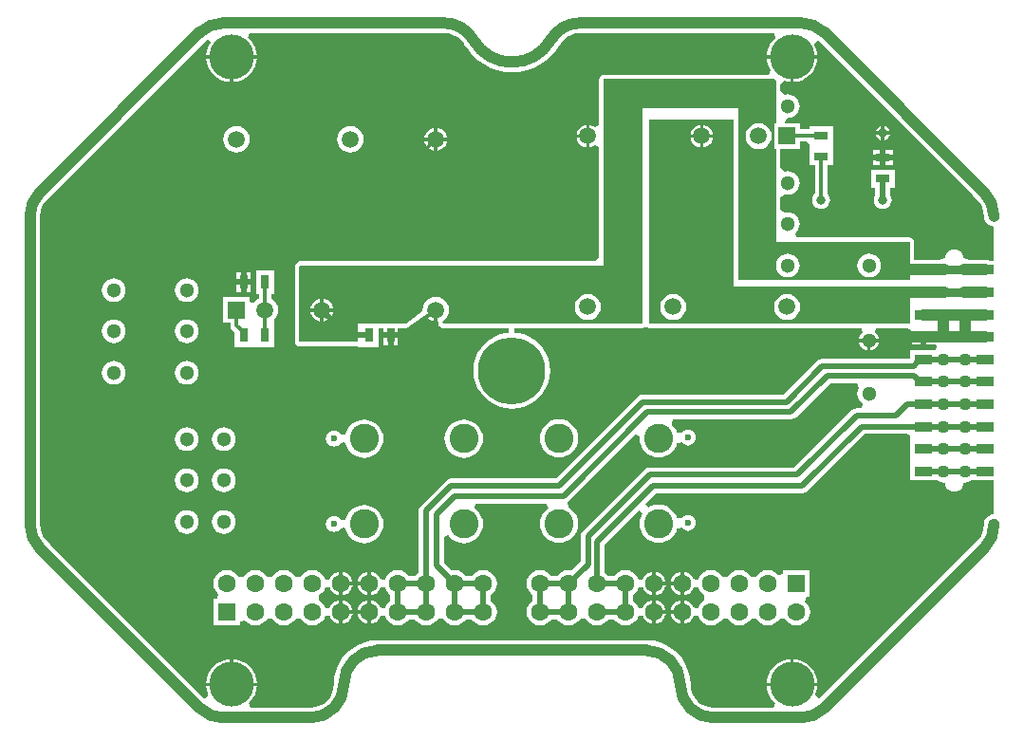
<source format=gbl>
G04*
G04 #@! TF.GenerationSoftware,Altium Limited,Altium Designer,22.1.2 (22)*
G04*
G04 Layer_Physical_Order=4*
G04 Layer_Color=16737819*
%FSAX42Y42*%
%MOMM*%
G71*
G04*
G04 #@! TF.SameCoordinates,E4BEF061-03AA-43A3-B299-508BB52D99EE*
G04*
G04*
G04 #@! TF.FilePolarity,Positive*
G04*
G01*
G75*
%ADD11C,0.30*%
%ADD33C,1.00*%
%ADD34R,0.80X1.30*%
%ADD39C,0.50*%
%ADD42R,1.52X1.52*%
%ADD43C,1.52*%
%ADD44C,1.10*%
%ADD45C,1.60*%
%ADD46R,1.60X1.60*%
%ADD47C,2.60*%
%ADD48C,1.30*%
%ADD49C,0.80*%
%ADD50C,6.00*%
%ADD51C,4.00*%
%ADD52C,0.60*%
%ADD68R,1.30X0.80*%
%ADD69R,1.63X0.81*%
%ADD70R,1.50X0.50*%
%ADD71C,0.75*%
G36*
X008925Y007302D02*
X008910Y007290D01*
X008882Y007256D01*
X008861Y007217D01*
X008848Y007174D01*
X008845Y007145D01*
X009295D01*
X009292Y007174D01*
X009279Y007217D01*
X009266Y007240D01*
X009291Y007276D01*
X009303Y007274D01*
X009324Y007252D01*
X010692Y005884D01*
X010720Y005856D01*
X010745Y005827D01*
X010747Y005825D01*
X010766Y005788D01*
X010778Y005749D01*
X010778Y005747D01*
X010782Y005708D01*
X010785Y005685D01*
X010794Y005663D01*
X010808Y005644D01*
X010827Y005630D01*
X010849Y005621D01*
X010872Y005617D01*
Y005311D01*
X010833D01*
X010816Y005318D01*
X010793Y005321D01*
X010647D01*
X010643Y005323D01*
X010640Y005323D01*
X010601Y005330D01*
X010598Y005352D01*
X010590Y005372D01*
X010577Y005389D01*
X010559Y005402D01*
X010539Y005411D01*
X010518Y005414D01*
X010496Y005411D01*
X010476Y005402D01*
X010459Y005389D01*
X010446Y005372D01*
X010437Y005352D01*
X010435Y005330D01*
X010395Y005323D01*
X010393Y005323D01*
X010389Y005321D01*
X010161D01*
X010161Y005475D01*
X010158Y005491D01*
X010149Y005504D01*
X010136Y005513D01*
X010120Y005516D01*
X009112Y005516D01*
X009098Y005556D01*
X009107Y005563D01*
X009124Y005585D01*
X009135Y005610D01*
X009138Y005638D01*
X009135Y005665D01*
X009124Y005690D01*
X009107Y005712D01*
X009085Y005729D01*
X009060Y005740D01*
X009032Y005743D01*
X009008Y005740D01*
X009004Y005741D01*
X008968Y005768D01*
Y005875D01*
X009004Y005902D01*
X009008Y005902D01*
X009032Y005899D01*
X009060Y005903D01*
X009085Y005913D01*
X009107Y005930D01*
X009124Y005952D01*
X009135Y005978D01*
X009138Y006005D01*
X009135Y006032D01*
X009124Y006058D01*
X009107Y006080D01*
X009085Y006097D01*
X009060Y006107D01*
X009032Y006111D01*
X009008Y006108D01*
X009004Y006108D01*
X008968Y006135D01*
X008968Y006306D01*
X009142D01*
Y006374D01*
X009201D01*
X009225Y006350D01*
Y006320D01*
X009225Y006310D01*
Y006160D01*
X009274D01*
Y005910D01*
X009273Y005909D01*
X009260Y005892D01*
X009252Y005873D01*
X009249Y005852D01*
X009252Y005831D01*
X009260Y005812D01*
X009273Y005795D01*
X009290Y005782D01*
X009309Y005774D01*
X009330Y005771D01*
X009351Y005774D01*
X009370Y005782D01*
X009387Y005795D01*
X009400Y005812D01*
X009408Y005831D01*
X009411Y005852D01*
X009408Y005873D01*
X009400Y005892D01*
X009387Y005909D01*
X009386Y005910D01*
Y006160D01*
X009435D01*
Y006310D01*
X009435Y006320D01*
Y006350D01*
X009435Y006360D01*
Y006510D01*
X009225D01*
Y006486D01*
X009142D01*
Y006538D01*
X009006D01*
X009003Y006548D01*
X009032Y006584D01*
X009060Y006588D01*
X009085Y006598D01*
X009107Y006615D01*
X009124Y006637D01*
X009135Y006663D01*
X009138Y006690D01*
X009135Y006717D01*
X009124Y006743D01*
X009107Y006765D01*
X009085Y006782D01*
X009060Y006792D01*
X009032Y006796D01*
X009008Y006793D01*
X009004Y006793D01*
X008968Y006820D01*
Y006885D01*
X008968Y006886D01*
X009008Y006914D01*
X009026Y006908D01*
X009055Y006905D01*
Y007115D01*
X008845D01*
X008848Y007086D01*
X008861Y007043D01*
X008879Y007011D01*
X008865Y006971D01*
X008607Y006971D01*
X007390Y006971D01*
X007374Y006968D01*
X007361Y006959D01*
X007352Y006946D01*
X007349Y006930D01*
Y006520D01*
X007344Y006516D01*
X007309Y006502D01*
X007299Y006510D01*
X007274Y006521D01*
X007263Y006522D01*
Y006422D01*
Y006322D01*
X007274Y006323D01*
X007299Y006334D01*
X007309Y006342D01*
X007344Y006328D01*
X007349Y006324D01*
X007349Y005339D01*
X007321Y005311D01*
X004689Y005311D01*
X004674Y005308D01*
X004660Y005299D01*
X004660Y005299D01*
X004646Y005285D01*
X004637Y005271D01*
X004634Y005256D01*
X004634Y005256D01*
Y004585D01*
X004637Y004569D01*
X004646Y004556D01*
X004659Y004547D01*
X004675Y004544D01*
X005182D01*
X005220Y004540D01*
Y004540D01*
X005380D01*
Y004709D01*
X005425D01*
Y004670D01*
X005555D01*
Y004709D01*
X005628D01*
X005633Y004710D01*
X005638Y004710D01*
X005641Y004712D01*
X005644Y004712D01*
X005648Y004715D01*
X005652Y004717D01*
X005769Y004801D01*
X005803Y004819D01*
X005819Y004798D01*
X005841Y004782D01*
X005865Y004771D01*
X005877Y004770D01*
Y004870D01*
X005907D01*
Y004764D01*
X005912Y004763D01*
X005913Y004755D01*
X005915Y004748D01*
X005920Y004735D01*
X005920Y004734D01*
X005920Y004734D01*
X005925Y004728D01*
X005929Y004721D01*
X005929Y004721D01*
X005929Y004721D01*
X005936Y004717D01*
X005942Y004712D01*
X005942Y004712D01*
X005942Y004712D01*
X005950Y004711D01*
X005958Y004709D01*
X005958Y004709D01*
X005958Y004709D01*
X006544D01*
X006546Y004669D01*
X006516Y004667D01*
X006464Y004654D01*
X006415Y004634D01*
X006369Y004606D01*
X006329Y004571D01*
X006294Y004531D01*
X006266Y004485D01*
X006245Y004435D01*
X006233Y004383D01*
X006229Y004330D01*
X006233Y004277D01*
X006245Y004225D01*
X006266Y004175D01*
X006294Y004130D01*
X006329Y004089D01*
X006369Y004054D01*
X006415Y004026D01*
X006464Y004006D01*
X006516Y003993D01*
X006570Y003989D01*
X006623Y003993D01*
X006675Y004006D01*
X006725Y004026D01*
X006770Y004054D01*
X006811Y004089D01*
X006846Y004130D01*
X006874Y004175D01*
X006894Y004225D01*
X006907Y004277D01*
X006911Y004330D01*
X006907Y004383D01*
X006894Y004435D01*
X006874Y004485D01*
X006846Y004531D01*
X006811Y004571D01*
X006770Y004606D01*
X006725Y004634D01*
X006675Y004654D01*
X006623Y004667D01*
X006594Y004669D01*
X006595Y004709D01*
X007740D01*
X007756Y004712D01*
X007767Y004720D01*
X007779Y004712D01*
X007795Y004709D01*
X009692D01*
X009703Y004669D01*
X009693Y004662D01*
X009679Y004643D01*
X009670Y004621D01*
X009669Y004612D01*
X009846D01*
X009845Y004621D01*
X009836Y004643D01*
X009822Y004662D01*
X009812Y004669D01*
X009823Y004709D01*
X010102D01*
X010124Y004701D01*
X010137Y004672D01*
Y004655D01*
X010243D01*
Y004630D01*
X010268D01*
Y004565D01*
X010341D01*
X010360Y004552D01*
X010360Y004546D01*
X010349Y004511D01*
X010122D01*
Y004436D01*
X009340D01*
X009315Y004431D01*
X009293Y004417D01*
X008993Y004116D01*
X007740D01*
X007715Y004111D01*
X007693Y004097D01*
X006963Y003366D01*
X006030D01*
X006005Y003361D01*
X005983Y003347D01*
X005761Y003125D01*
X005746Y003103D01*
X005741Y003078D01*
Y002530D01*
X005722Y002516D01*
X005707Y002496D01*
X005654D01*
X005639Y002516D01*
X005614Y002535D01*
X005585Y002547D01*
X005554Y002551D01*
X005522Y002547D01*
X005493Y002535D01*
X005468Y002516D01*
X005449Y002491D01*
X005439Y002467D01*
X005436Y002466D01*
X005418Y002464D01*
X005398Y002468D01*
X005391Y002483D01*
X005375Y002505D01*
X005353Y002522D01*
X005327Y002532D01*
X005315Y002534D01*
Y002430D01*
Y002326D01*
X005327Y002328D01*
X005353Y002338D01*
X005375Y002355D01*
X005391Y002377D01*
X005398Y002392D01*
X005418Y002396D01*
X005436Y002394D01*
X005439Y002393D01*
X005449Y002369D01*
X005468Y002344D01*
X005487Y002330D01*
Y002276D01*
X005468Y002262D01*
X005449Y002237D01*
X005439Y002213D01*
X005436Y002212D01*
X005418Y002210D01*
X005398Y002214D01*
X005391Y002229D01*
X005375Y002251D01*
X005353Y002268D01*
X005327Y002278D01*
X005315Y002280D01*
Y002176D01*
Y002072D01*
X005327Y002074D01*
X005353Y002084D01*
X005375Y002101D01*
X005391Y002123D01*
X005398Y002138D01*
X005418Y002142D01*
X005436Y002140D01*
X005439Y002139D01*
X005449Y002115D01*
X005468Y002090D01*
X005493Y002071D01*
X005522Y002059D01*
X005554Y002055D01*
X005585Y002059D01*
X005614Y002071D01*
X005639Y002090D01*
X005654Y002110D01*
X005707D01*
X005722Y002090D01*
X005747Y002071D01*
X005776Y002059D01*
X005808Y002055D01*
X005839Y002059D01*
X005868Y002071D01*
X005893Y002090D01*
X005913Y002115D01*
X005913Y002117D01*
X005956D01*
X005957Y002115D01*
X005976Y002090D01*
X006001Y002071D01*
X006030Y002059D01*
X006062Y002055D01*
X006093Y002059D01*
X006122Y002071D01*
X006147Y002090D01*
X006162Y002110D01*
X006215D01*
X006230Y002090D01*
X006255Y002071D01*
X006284Y002059D01*
X006316Y002055D01*
X006347Y002059D01*
X006376Y002071D01*
X006401Y002090D01*
X006421Y002115D01*
X006433Y002145D01*
X006437Y002176D01*
X006433Y002207D01*
X006421Y002237D01*
X006401Y002262D01*
X006382Y002276D01*
Y002330D01*
X006401Y002344D01*
X006421Y002369D01*
X006433Y002399D01*
X006437Y002430D01*
X006433Y002461D01*
X006421Y002491D01*
X006401Y002516D01*
X006376Y002535D01*
X006347Y002547D01*
X006316Y002551D01*
X006284Y002547D01*
X006255Y002535D01*
X006230Y002516D01*
X006215Y002496D01*
X006162D01*
X006147Y002516D01*
X006122Y002535D01*
X006093Y002547D01*
X006062Y002551D01*
X006038Y002548D01*
X005966Y002619D01*
Y002845D01*
X005978Y002852D01*
X006006Y002858D01*
X006021Y002839D01*
X006047Y002818D01*
X006077Y002802D01*
X006109Y002792D01*
X006142Y002789D01*
X006176Y002792D01*
X006208Y002802D01*
X006237Y002818D01*
X006263Y002839D01*
X006284Y002865D01*
X006300Y002895D01*
X006310Y002927D01*
X006313Y002960D01*
X006310Y002993D01*
X006300Y003025D01*
X006284Y003055D01*
X006263Y003081D01*
X006237Y003102D01*
X006234Y003104D01*
X006244Y003144D01*
X006882D01*
X006893Y003117D01*
X006894Y003104D01*
X006872Y003085D01*
X006850Y003060D01*
X006835Y003030D01*
X006825Y002998D01*
X006822Y002965D01*
X006825Y002931D01*
X006835Y002899D01*
X006850Y002870D01*
X006872Y002844D01*
X006898Y002823D01*
X006927Y002807D01*
X006959Y002797D01*
X006993Y002794D01*
X007026Y002797D01*
X007058Y002807D01*
X007087Y002823D01*
X007113Y002844D01*
X007135Y002870D01*
X007150Y002899D01*
X007160Y002931D01*
X007163Y002965D01*
X007160Y002998D01*
X007150Y003030D01*
X007135Y003060D01*
X007113Y003085D01*
X007087Y003107D01*
X007073Y003115D01*
X007070Y003156D01*
X007071Y003159D01*
X007077Y003163D01*
X007674Y003760D01*
X007712Y003742D01*
X007711Y003727D01*
X007714Y003693D01*
X007724Y003661D01*
X007739Y003632D01*
X007761Y003606D01*
X007787Y003585D01*
X007816Y003569D01*
X007848Y003559D01*
X007882Y003556D01*
X007915Y003559D01*
X007947Y003569D01*
X007976Y003585D01*
X008002Y003606D01*
X008024Y003632D01*
X008039Y003661D01*
X008045Y003681D01*
X008057Y003686D01*
X008080Y003689D01*
X008088Y003688D01*
X008093Y003682D01*
X008107Y003671D01*
X008124Y003664D01*
X008143Y003661D01*
X008161Y003664D01*
X008178Y003671D01*
X008192Y003682D01*
X008204Y003697D01*
X008211Y003714D01*
X008213Y003732D01*
X008211Y003750D01*
X008204Y003767D01*
X008192Y003782D01*
X008178Y003793D01*
X008161Y003800D01*
X008143Y003803D01*
X008124Y003800D01*
X008107Y003793D01*
X008093Y003782D01*
X008087Y003774D01*
X008061Y003774D01*
X008043Y003780D01*
X008039Y003792D01*
X008024Y003822D01*
X008002Y003847D01*
X007995Y003854D01*
X008009Y003894D01*
X009060D01*
X009085Y003899D01*
X009107Y003913D01*
X009411Y004218D01*
X009646D01*
X009666Y004178D01*
X009655Y004152D01*
X009652Y004125D01*
X009655Y004098D01*
X009666Y004072D01*
X009683Y004050D01*
X009701Y004036D01*
X009700Y004023D01*
X009689Y003996D01*
X009650D01*
X009625Y003991D01*
X009603Y003977D01*
X009093Y003466D01*
X007800D01*
X007775Y003461D01*
X007753Y003447D01*
X007203Y002897D01*
X007189Y002875D01*
X007184Y002850D01*
Y002630D01*
X007102Y002548D01*
X007078Y002551D01*
X007046Y002547D01*
X007017Y002535D01*
X006992Y002516D01*
X006977Y002496D01*
X006924D01*
X006909Y002516D01*
X006884Y002535D01*
X006855Y002547D01*
X006824Y002551D01*
X006792Y002547D01*
X006763Y002535D01*
X006738Y002516D01*
X006719Y002491D01*
X006707Y002461D01*
X006703Y002430D01*
X006707Y002399D01*
X006719Y002369D01*
X006738Y002344D01*
X006757Y002330D01*
Y002276D01*
X006738Y002262D01*
X006719Y002237D01*
X006707Y002207D01*
X006703Y002176D01*
X006707Y002145D01*
X006719Y002115D01*
X006738Y002090D01*
X006763Y002071D01*
X006792Y002059D01*
X006824Y002055D01*
X006855Y002059D01*
X006884Y002071D01*
X006909Y002090D01*
X006924Y002110D01*
X006977D01*
X006992Y002090D01*
X007017Y002071D01*
X007046Y002059D01*
X007078Y002055D01*
X007109Y002059D01*
X007138Y002071D01*
X007163Y002090D01*
X007183Y002115D01*
X007183Y002117D01*
X007226D01*
X007227Y002115D01*
X007246Y002090D01*
X007271Y002071D01*
X007300Y002059D01*
X007332Y002055D01*
X007363Y002059D01*
X007392Y002071D01*
X007417Y002090D01*
X007432Y002110D01*
X007485D01*
X007500Y002090D01*
X007525Y002071D01*
X007554Y002059D01*
X007586Y002055D01*
X007617Y002059D01*
X007646Y002071D01*
X007671Y002090D01*
X007691Y002115D01*
X007700Y002139D01*
X007703Y002140D01*
X007722Y002142D01*
X007742Y002138D01*
X007748Y002123D01*
X007765Y002101D01*
X007787Y002084D01*
X007812Y002074D01*
X007825Y002072D01*
Y002176D01*
Y002280D01*
X007812Y002278D01*
X007787Y002268D01*
X007765Y002251D01*
X007748Y002229D01*
X007742Y002214D01*
X007722Y002210D01*
X007703Y002212D01*
X007700Y002213D01*
X007691Y002237D01*
X007671Y002262D01*
X007652Y002276D01*
Y002330D01*
X007671Y002344D01*
X007691Y002369D01*
X007700Y002393D01*
X007703Y002394D01*
X007722Y002396D01*
X007742Y002392D01*
X007748Y002377D01*
X007765Y002355D01*
X007787Y002338D01*
X007812Y002328D01*
X007825Y002326D01*
Y002430D01*
Y002534D01*
X007812Y002532D01*
X007787Y002522D01*
X007765Y002505D01*
X007748Y002483D01*
X007742Y002468D01*
X007722Y002464D01*
X007703Y002466D01*
X007700Y002467D01*
X007691Y002491D01*
X007671Y002516D01*
X007646Y002535D01*
X007617Y002547D01*
X007586Y002551D01*
X007554Y002547D01*
X007525Y002535D01*
X007500Y002516D01*
X007485Y002496D01*
X007432D01*
X007417Y002516D01*
X007398Y002530D01*
Y002774D01*
X007708Y003085D01*
X007739Y003060D01*
X007724Y003030D01*
X007714Y002998D01*
X007711Y002965D01*
X007714Y002931D01*
X007724Y002899D01*
X007739Y002870D01*
X007761Y002844D01*
X007787Y002823D01*
X007816Y002807D01*
X007848Y002797D01*
X007882Y002794D01*
X007915Y002797D01*
X007947Y002807D01*
X007976Y002823D01*
X008002Y002844D01*
X008024Y002870D01*
X008039Y002899D01*
X008045Y002919D01*
X008057Y002924D01*
X008080Y002927D01*
X008088Y002926D01*
X008093Y002920D01*
X008107Y002909D01*
X008124Y002902D01*
X008143Y002899D01*
X008161Y002902D01*
X008178Y002909D01*
X008192Y002920D01*
X008204Y002935D01*
X008211Y002952D01*
X008213Y002970D01*
X008211Y002988D01*
X008204Y003005D01*
X008192Y003020D01*
X008178Y003031D01*
X008161Y003038D01*
X008143Y003041D01*
X008124Y003038D01*
X008107Y003031D01*
X008093Y003020D01*
X008087Y003012D01*
X008061Y003012D01*
X008043Y003018D01*
X008039Y003030D01*
X008024Y003060D01*
X008002Y003085D01*
X007976Y003107D01*
X007947Y003123D01*
X007915Y003132D01*
X007882Y003136D01*
X007848Y003132D01*
X007816Y003123D01*
X007787Y003107D01*
X007761Y003138D01*
X007857Y003234D01*
X009159D01*
X009184Y003239D01*
X009206Y003253D01*
X009717Y003764D01*
X010087D01*
X010122Y003750D01*
Y003711D01*
X010122D01*
Y003550D01*
X010122D01*
Y003511D01*
X010122D01*
Y003350D01*
X010364D01*
X010364Y003350D01*
X010393Y003338D01*
X010395Y003338D01*
X010435Y003330D01*
X010437Y003309D01*
X010446Y003289D01*
X010459Y003272D01*
X010476Y003258D01*
X010496Y003250D01*
X010518Y003247D01*
X010539Y003250D01*
X010559Y003258D01*
X010577Y003272D01*
X010590Y003289D01*
X010598Y003309D01*
X010601Y003330D01*
X010640Y003338D01*
X010643Y003338D01*
X010672Y003350D01*
X010672Y003350D01*
Y003350D01*
X010672Y003350D01*
X010872D01*
Y003048D01*
X010849Y003044D01*
X010827Y003035D01*
X010808Y003021D01*
X010794Y003002D01*
X010785Y002980D01*
X010782Y002957D01*
X010778Y002918D01*
X010778Y002916D01*
X010766Y002877D01*
X010747Y002840D01*
X010745Y002838D01*
X010720Y002809D01*
X010692Y002781D01*
X009315Y001403D01*
X009302Y001402D01*
X009277Y001441D01*
X009279Y001443D01*
X009292Y001486D01*
X009295Y001515D01*
X008845D01*
X008848Y001486D01*
X008861Y001443D01*
X008882Y001404D01*
X008910Y001370D01*
X008918Y001363D01*
X008904Y001323D01*
X008372D01*
X008370Y001323D01*
X008332Y001327D01*
X008292Y001339D01*
X008256Y001358D01*
X008224Y001384D01*
X008198Y001416D01*
X008179Y001452D01*
X008167Y001492D01*
X008167Y001494D01*
X008164Y001532D01*
X008164D01*
X008159Y001594D01*
X008145Y001653D01*
X008121Y001710D01*
X008089Y001762D01*
X008049Y001809D01*
X008002Y001849D01*
X007950Y001881D01*
X007893Y001905D01*
X007834Y001919D01*
X007772Y001924D01*
Y001923D01*
X005372D01*
Y001924D01*
X005311Y001919D01*
X005252Y001905D01*
X005195Y001881D01*
X005143Y001849D01*
X005096Y001809D01*
X005056Y001762D01*
X005024Y001710D01*
X005000Y001653D01*
X004986Y001594D01*
X004981Y001532D01*
X004981D01*
X004978Y001494D01*
X004978Y001492D01*
X004966Y001452D01*
X004947Y001416D01*
X004921Y001384D01*
X004889Y001358D01*
X004853Y001339D01*
X004813Y001327D01*
X004775Y001323D01*
X004772Y001323D01*
X004236D01*
X004222Y001363D01*
X004230Y001370D01*
X004258Y001404D01*
X004279Y001443D01*
X004292Y001486D01*
X004295Y001515D01*
X003845D01*
X003848Y001486D01*
X003859Y001449D01*
X003855Y001434D01*
X003836Y001406D01*
X003828Y001406D01*
X002453Y002781D01*
X002425Y002809D01*
X002400Y002838D01*
X002398Y002840D01*
X002379Y002877D01*
X002367Y002916D01*
X002367Y002918D01*
X002363Y002957D01*
X002363Y002957D01*
X002363Y002997D01*
Y005668D01*
X002363Y005708D01*
X002367Y005747D01*
X002367Y005749D01*
X002379Y005788D01*
X002398Y005825D01*
X002400Y005827D01*
X002425Y005856D01*
X002425Y005856D01*
X003821Y007252D01*
X003849Y007280D01*
X003856Y007287D01*
X003884Y007258D01*
X003882Y007256D01*
X003861Y007217D01*
X003848Y007174D01*
X003845Y007145D01*
X004295D01*
X004292Y007174D01*
X004279Y007217D01*
X004258Y007256D01*
X004230Y007290D01*
X004215Y007302D01*
X004230Y007342D01*
X005926D01*
X005966Y007342D01*
X006005Y007338D01*
X006007Y007338D01*
X006047Y007326D01*
X006083Y007307D01*
X006115Y007281D01*
X006141Y007249D01*
X006147Y007237D01*
X006147Y007237D01*
X006183Y007184D01*
X006225Y007135D01*
X006274Y007093D01*
X006327Y007057D01*
X006385Y007029D01*
X006445Y007008D01*
X006508Y006996D01*
X006572Y006991D01*
X006637Y006996D01*
X006700Y007008D01*
X006760Y007029D01*
X006818Y007057D01*
X006871Y007093D01*
X006920Y007135D01*
X006962Y007184D01*
X006998Y007237D01*
X006998Y007237D01*
X007004Y007249D01*
X007030Y007281D01*
X007062Y007307D01*
X007098Y007326D01*
X007138Y007338D01*
X007140Y007338D01*
X007179Y007342D01*
Y007342D01*
X007179Y007342D01*
X008910D01*
X008925Y007302D01*
D02*
G37*
G36*
X008928Y006916D02*
Y006697D01*
X008927Y006690D01*
X008928Y006683D01*
Y006538D01*
X008910D01*
Y006306D01*
X008928D01*
X008928Y006012D01*
X008927Y006005D01*
X008928Y005998D01*
Y005644D01*
X008927Y005638D01*
X008928Y005631D01*
Y005475D01*
X010120Y005475D01*
X010120Y005135D01*
X008590D01*
X008590Y006535D01*
X008590Y006670D01*
X007740Y006670D01*
Y004750D01*
X005958D01*
X005952Y004763D01*
X005952Y004770D01*
X005974Y004787D01*
X005993Y004811D01*
X006005Y004840D01*
X006009Y004870D01*
X006005Y004900D01*
X005993Y004929D01*
X005974Y004953D01*
X005950Y004972D01*
X005922Y004983D01*
X005892Y004987D01*
X005861Y004983D01*
X005833Y004972D01*
X005809Y004953D01*
X005790Y004929D01*
X005778Y004900D01*
X005774Y004870D01*
X005776Y004856D01*
X005628Y004750D01*
X005200D01*
Y004585D01*
X004675D01*
Y005256D01*
X004689Y005270D01*
X007390Y005270D01*
X007390Y006930D01*
X008607Y006930D01*
X008913Y006930D01*
X008928Y006916D01*
D02*
G37*
G36*
X008545Y006570D02*
Y005080D01*
X010120D01*
Y004750D01*
X007795D01*
Y006570D01*
X008545Y006570D01*
D02*
G37*
%LPC*%
G36*
X009295Y007115D02*
X009085D01*
Y006905D01*
X009114Y006908D01*
X009157Y006921D01*
X009196Y006942D01*
X009230Y006970D01*
X009258Y007004D01*
X009279Y007043D01*
X009292Y007086D01*
X009295Y007115D01*
D02*
G37*
G36*
X004295D02*
X004085D01*
Y006905D01*
X004114Y006908D01*
X004157Y006921D01*
X004196Y006942D01*
X004230Y006970D01*
X004258Y007004D01*
X004279Y007043D01*
X004292Y007086D01*
X004295Y007115D01*
D02*
G37*
G36*
X004055D02*
X003845D01*
X003848Y007086D01*
X003861Y007043D01*
X003882Y007004D01*
X003910Y006970D01*
X003944Y006942D01*
X003983Y006921D01*
X004026Y006908D01*
X004055Y006905D01*
Y007115D01*
D02*
G37*
G36*
X009895Y006513D02*
Y006465D01*
X009943D01*
X009941Y006475D01*
X009927Y006497D01*
X009905Y006511D01*
X009895Y006513D01*
D02*
G37*
G36*
X009865D02*
X009855Y006511D01*
X009833Y006497D01*
X009819Y006475D01*
X009817Y006465D01*
X009865D01*
Y006513D01*
D02*
G37*
G36*
X007233Y006522D02*
X007221Y006521D01*
X007197Y006510D01*
X007176Y006494D01*
X007159Y006473D01*
X007149Y006448D01*
X007148Y006437D01*
X007233D01*
Y006522D01*
D02*
G37*
G36*
X005907Y006494D02*
Y006409D01*
X005992D01*
X005990Y006420D01*
X005980Y006445D01*
X005964Y006466D01*
X005943Y006482D01*
X005918Y006493D01*
X005907Y006494D01*
D02*
G37*
G36*
X005877D02*
X005865Y006493D01*
X005841Y006482D01*
X005819Y006466D01*
X005803Y006445D01*
X005793Y006420D01*
X005791Y006409D01*
X005877D01*
Y006494D01*
D02*
G37*
G36*
X009943Y006435D02*
X009895D01*
Y006387D01*
X009905Y006389D01*
X009927Y006403D01*
X009941Y006425D01*
X009943Y006435D01*
D02*
G37*
G36*
X009865D02*
X009817D01*
X009819Y006425D01*
X009833Y006403D01*
X009855Y006389D01*
X009865Y006387D01*
Y006435D01*
D02*
G37*
G36*
X007233Y006407D02*
X007148D01*
X007149Y006396D01*
X007159Y006371D01*
X007176Y006350D01*
X007197Y006334D01*
X007221Y006323D01*
X007233Y006322D01*
Y006407D01*
D02*
G37*
G36*
X005992Y006379D02*
X005907D01*
Y006294D01*
X005918Y006295D01*
X005943Y006306D01*
X005964Y006322D01*
X005980Y006343D01*
X005990Y006368D01*
X005992Y006379D01*
D02*
G37*
G36*
X005877D02*
X005791D01*
X005793Y006368D01*
X005803Y006343D01*
X005819Y006322D01*
X005841Y006306D01*
X005865Y006295D01*
X005877Y006294D01*
Y006379D01*
D02*
G37*
G36*
X005130Y006511D02*
X005099Y006507D01*
X005071Y006496D01*
X005047Y006477D01*
X005028Y006453D01*
X005016Y006424D01*
X005012Y006394D01*
X005016Y006364D01*
X005028Y006335D01*
X005047Y006311D01*
X005071Y006292D01*
X005099Y006281D01*
X005130Y006277D01*
X005160Y006281D01*
X005188Y006292D01*
X005212Y006311D01*
X005231Y006335D01*
X005243Y006364D01*
X005247Y006394D01*
X005243Y006424D01*
X005231Y006453D01*
X005212Y006477D01*
X005188Y006496D01*
X005160Y006507D01*
X005130Y006511D01*
D02*
G37*
G36*
X004114D02*
X004083Y006507D01*
X004055Y006496D01*
X004031Y006477D01*
X004012Y006453D01*
X004000Y006424D01*
X003996Y006394D01*
X004000Y006364D01*
X004012Y006335D01*
X004031Y006311D01*
X004055Y006292D01*
X004083Y006281D01*
X004114Y006277D01*
X004144Y006281D01*
X004172Y006292D01*
X004196Y006311D01*
X004215Y006335D01*
X004227Y006364D01*
X004231Y006394D01*
X004227Y006424D01*
X004215Y006453D01*
X004196Y006477D01*
X004172Y006496D01*
X004144Y006507D01*
X004114Y006511D01*
D02*
G37*
G36*
X009970Y006297D02*
X009905D01*
Y006257D01*
X009970D01*
Y006297D01*
D02*
G37*
G36*
X009855D02*
X009790D01*
Y006257D01*
X009855D01*
Y006297D01*
D02*
G37*
G36*
X009970Y006207D02*
X009905D01*
Y006167D01*
X009970D01*
Y006207D01*
D02*
G37*
G36*
X009855D02*
X009790D01*
Y006167D01*
X009855D01*
Y006207D01*
D02*
G37*
G36*
X009985Y006122D02*
X009775D01*
Y005962D01*
X009814D01*
Y005897D01*
X009810Y005892D01*
X009802Y005873D01*
X009799Y005852D01*
X009802Y005831D01*
X009810Y005812D01*
X009823Y005795D01*
X009840Y005782D01*
X009859Y005774D01*
X009880Y005771D01*
X009901Y005774D01*
X009920Y005782D01*
X009937Y005795D01*
X009950Y005812D01*
X009958Y005831D01*
X009961Y005852D01*
X009958Y005873D01*
X009950Y005892D01*
X009946Y005897D01*
Y005962D01*
X009985D01*
Y006122D01*
D02*
G37*
G36*
X004243Y005210D02*
X004203D01*
Y005145D01*
X004243D01*
Y005210D01*
D02*
G37*
G36*
X004153D02*
X004113D01*
Y005145D01*
X004153D01*
Y005210D01*
D02*
G37*
G36*
X004243Y005095D02*
X004203D01*
Y005030D01*
X004243D01*
Y005095D01*
D02*
G37*
G36*
X004153D02*
X004113D01*
Y005030D01*
X004153D01*
Y005095D01*
D02*
G37*
G36*
X003670Y005153D02*
X003643Y005150D01*
X003617Y005139D01*
X003595Y005122D01*
X003578Y005100D01*
X003568Y005075D01*
X003564Y005047D01*
X003568Y005020D01*
X003578Y004995D01*
X003595Y004973D01*
X003617Y004956D01*
X003643Y004945D01*
X003670Y004942D01*
X003697Y004945D01*
X003723Y004956D01*
X003745Y004973D01*
X003762Y004995D01*
X003772Y005020D01*
X003776Y005047D01*
X003772Y005075D01*
X003762Y005100D01*
X003745Y005122D01*
X003723Y005139D01*
X003697Y005150D01*
X003670Y005153D01*
D02*
G37*
G36*
X003020D02*
X002993Y005150D01*
X002967Y005139D01*
X002945Y005122D01*
X002928Y005100D01*
X002918Y005075D01*
X002914Y005047D01*
X002918Y005020D01*
X002928Y004995D01*
X002945Y004973D01*
X002967Y004956D01*
X002993Y004945D01*
X003020Y004942D01*
X003047Y004945D01*
X003073Y004956D01*
X003095Y004973D01*
X003112Y004995D01*
X003122Y005020D01*
X003126Y005047D01*
X003122Y005075D01*
X003112Y005100D01*
X003095Y005122D01*
X003073Y005139D01*
X003047Y005150D01*
X003020Y005153D01*
D02*
G37*
G36*
X004448Y005225D02*
X004288D01*
Y005015D01*
X004312D01*
Y004973D01*
X004309Y004972D01*
X004285Y004953D01*
X004270Y004933D01*
X004253Y004934D01*
X004230Y004945D01*
Y004986D01*
X003997D01*
Y004754D01*
X004058D01*
Y004734D01*
X004062Y004713D01*
X004074Y004694D01*
X004098Y004671D01*
Y004540D01*
X004248D01*
X004258Y004540D01*
X004288D01*
X004298Y004540D01*
X004448D01*
Y004750D01*
X004448D01*
X004451Y004788D01*
X004469Y004811D01*
X004481Y004840D01*
X004485Y004870D01*
X004481Y004900D01*
X004469Y004929D01*
X004450Y004953D01*
X004426Y004972D01*
X004424Y004973D01*
Y005015D01*
X004448D01*
Y005225D01*
D02*
G37*
G36*
X003670Y004786D02*
X003643Y004782D01*
X003617Y004772D01*
X003595Y004755D01*
X003578Y004733D01*
X003568Y004707D01*
X003564Y004680D01*
X003568Y004653D01*
X003578Y004627D01*
X003595Y004605D01*
X003617Y004588D01*
X003643Y004578D01*
X003670Y004574D01*
X003697Y004578D01*
X003723Y004588D01*
X003745Y004605D01*
X003762Y004627D01*
X003772Y004653D01*
X003776Y004680D01*
X003772Y004707D01*
X003762Y004733D01*
X003745Y004755D01*
X003723Y004772D01*
X003697Y004782D01*
X003670Y004786D01*
D02*
G37*
G36*
X003020D02*
X002993Y004782D01*
X002967Y004772D01*
X002945Y004755D01*
X002928Y004733D01*
X002918Y004707D01*
X002914Y004680D01*
X002918Y004653D01*
X002928Y004627D01*
X002945Y004605D01*
X002967Y004588D01*
X002993Y004578D01*
X003020Y004574D01*
X003047Y004578D01*
X003073Y004588D01*
X003095Y004605D01*
X003112Y004627D01*
X003122Y004653D01*
X003126Y004680D01*
X003122Y004707D01*
X003112Y004733D01*
X003095Y004755D01*
X003073Y004772D01*
X003047Y004782D01*
X003020Y004786D01*
D02*
G37*
G36*
X010218Y004605D02*
X010137D01*
Y004565D01*
X010218D01*
Y004605D01*
D02*
G37*
G36*
X005555Y004620D02*
X005515D01*
Y004555D01*
X005555D01*
Y004620D01*
D02*
G37*
G36*
X005465D02*
X005425D01*
Y004555D01*
X005465D01*
Y004620D01*
D02*
G37*
G36*
X009846Y004583D02*
X009772D01*
Y004509D01*
X009781Y004510D01*
X009803Y004519D01*
X009822Y004533D01*
X009836Y004552D01*
X009845Y004574D01*
X009846Y004583D01*
D02*
G37*
G36*
X009743D02*
X009669D01*
X009670Y004574D01*
X009679Y004552D01*
X009693Y004533D01*
X009712Y004519D01*
X009734Y004510D01*
X009743Y004509D01*
Y004583D01*
D02*
G37*
G36*
X003670Y004416D02*
X003643Y004412D01*
X003617Y004402D01*
X003595Y004385D01*
X003578Y004363D01*
X003568Y004337D01*
X003564Y004310D01*
X003568Y004283D01*
X003578Y004257D01*
X003595Y004235D01*
X003617Y004218D01*
X003643Y004208D01*
X003670Y004204D01*
X003697Y004208D01*
X003723Y004218D01*
X003745Y004235D01*
X003762Y004257D01*
X003772Y004283D01*
X003776Y004310D01*
X003772Y004337D01*
X003762Y004363D01*
X003745Y004385D01*
X003723Y004402D01*
X003697Y004412D01*
X003670Y004416D01*
D02*
G37*
G36*
X003020D02*
X002993Y004412D01*
X002967Y004402D01*
X002945Y004385D01*
X002928Y004363D01*
X002918Y004337D01*
X002914Y004310D01*
X002918Y004283D01*
X002928Y004257D01*
X002945Y004235D01*
X002967Y004218D01*
X002993Y004208D01*
X003020Y004204D01*
X003047Y004208D01*
X003073Y004218D01*
X003095Y004235D01*
X003112Y004257D01*
X003122Y004283D01*
X003126Y004310D01*
X003122Y004337D01*
X003112Y004363D01*
X003095Y004385D01*
X003073Y004402D01*
X003047Y004412D01*
X003020Y004416D01*
D02*
G37*
G36*
X005253Y003893D02*
X005220Y003890D01*
X005188Y003880D01*
X005158Y003864D01*
X005132Y003843D01*
X005111Y003817D01*
X005095Y003787D01*
X005087Y003758D01*
X005082Y003756D01*
X005044Y003757D01*
X005032Y003772D01*
X005018Y003783D01*
X005001Y003790D01*
X004983Y003793D01*
X004964Y003790D01*
X004947Y003783D01*
X004933Y003772D01*
X004921Y003757D01*
X004914Y003740D01*
X004912Y003722D01*
X004914Y003704D01*
X004921Y003687D01*
X004933Y003672D01*
X004947Y003661D01*
X004964Y003654D01*
X004983Y003651D01*
X005001Y003654D01*
X005018Y003661D01*
X005032Y003672D01*
X005044Y003687D01*
X005082Y003688D01*
X005087Y003686D01*
X005095Y003657D01*
X005111Y003627D01*
X005132Y003601D01*
X005158Y003580D01*
X005188Y003564D01*
X005220Y003554D01*
X005253Y003551D01*
X005287Y003554D01*
X005319Y003564D01*
X005348Y003580D01*
X005374Y003601D01*
X005395Y003627D01*
X005411Y003657D01*
X005421Y003689D01*
X005424Y003722D01*
X005421Y003755D01*
X005411Y003787D01*
X005395Y003817D01*
X005374Y003843D01*
X005348Y003864D01*
X005319Y003880D01*
X005287Y003890D01*
X005253Y003893D01*
D02*
G37*
G36*
X004000Y003823D02*
X003973Y003820D01*
X003947Y003809D01*
X003925Y003792D01*
X003908Y003770D01*
X003898Y003745D01*
X003894Y003717D01*
X003898Y003690D01*
X003908Y003665D01*
X003925Y003643D01*
X003947Y003626D01*
X003973Y003615D01*
X004000Y003612D01*
X004027Y003615D01*
X004053Y003626D01*
X004075Y003643D01*
X004092Y003665D01*
X004102Y003690D01*
X004106Y003717D01*
X004102Y003745D01*
X004092Y003770D01*
X004075Y003792D01*
X004053Y003809D01*
X004027Y003820D01*
X004000Y003823D01*
D02*
G37*
G36*
X003670D02*
X003643Y003820D01*
X003617Y003809D01*
X003595Y003792D01*
X003578Y003770D01*
X003568Y003745D01*
X003564Y003717D01*
X003568Y003690D01*
X003578Y003665D01*
X003595Y003643D01*
X003617Y003626D01*
X003643Y003615D01*
X003670Y003612D01*
X003697Y003615D01*
X003723Y003626D01*
X003745Y003643D01*
X003762Y003665D01*
X003772Y003690D01*
X003776Y003717D01*
X003772Y003745D01*
X003762Y003770D01*
X003745Y003792D01*
X003723Y003809D01*
X003697Y003820D01*
X003670Y003823D01*
D02*
G37*
G36*
X006993Y003898D02*
X006959Y003894D01*
X006927Y003885D01*
X006898Y003869D01*
X006872Y003847D01*
X006850Y003822D01*
X006835Y003792D01*
X006825Y003760D01*
X006822Y003727D01*
X006825Y003693D01*
X006835Y003661D01*
X006850Y003632D01*
X006872Y003606D01*
X006898Y003585D01*
X006927Y003569D01*
X006959Y003559D01*
X006993Y003556D01*
X007026Y003559D01*
X007058Y003569D01*
X007087Y003585D01*
X007113Y003606D01*
X007135Y003632D01*
X007150Y003661D01*
X007160Y003693D01*
X007163Y003727D01*
X007160Y003760D01*
X007150Y003792D01*
X007135Y003822D01*
X007113Y003847D01*
X007087Y003869D01*
X007058Y003885D01*
X007026Y003894D01*
X006993Y003898D01*
D02*
G37*
G36*
X006142Y003893D02*
X006109Y003890D01*
X006077Y003880D01*
X006047Y003864D01*
X006021Y003843D01*
X006000Y003817D01*
X005984Y003787D01*
X005975Y003755D01*
X005971Y003722D01*
X005975Y003689D01*
X005984Y003657D01*
X006000Y003627D01*
X006021Y003601D01*
X006047Y003580D01*
X006077Y003564D01*
X006109Y003554D01*
X006142Y003551D01*
X006176Y003554D01*
X006208Y003564D01*
X006237Y003580D01*
X006263Y003601D01*
X006284Y003627D01*
X006300Y003657D01*
X006310Y003689D01*
X006313Y003722D01*
X006310Y003755D01*
X006300Y003787D01*
X006284Y003817D01*
X006263Y003843D01*
X006237Y003864D01*
X006208Y003880D01*
X006176Y003890D01*
X006142Y003893D01*
D02*
G37*
G36*
X004000Y003456D02*
X003973Y003452D01*
X003947Y003442D01*
X003925Y003425D01*
X003908Y003403D01*
X003898Y003377D01*
X003894Y003350D01*
X003898Y003323D01*
X003908Y003297D01*
X003925Y003275D01*
X003947Y003258D01*
X003973Y003248D01*
X004000Y003244D01*
X004027Y003248D01*
X004053Y003258D01*
X004075Y003275D01*
X004092Y003297D01*
X004102Y003323D01*
X004106Y003350D01*
X004102Y003377D01*
X004092Y003403D01*
X004075Y003425D01*
X004053Y003442D01*
X004027Y003452D01*
X004000Y003456D01*
D02*
G37*
G36*
X003670D02*
X003643Y003452D01*
X003617Y003442D01*
X003595Y003425D01*
X003578Y003403D01*
X003568Y003377D01*
X003564Y003350D01*
X003568Y003323D01*
X003578Y003297D01*
X003595Y003275D01*
X003617Y003258D01*
X003643Y003248D01*
X003670Y003244D01*
X003697Y003248D01*
X003723Y003258D01*
X003745Y003275D01*
X003762Y003297D01*
X003772Y003323D01*
X003776Y003350D01*
X003772Y003377D01*
X003762Y003403D01*
X003745Y003425D01*
X003723Y003442D01*
X003697Y003452D01*
X003670Y003456D01*
D02*
G37*
G36*
X005253Y003131D02*
X005220Y003128D01*
X005188Y003118D01*
X005158Y003102D01*
X005132Y003081D01*
X005111Y003055D01*
X005095Y003025D01*
X005087Y002996D01*
X005082Y002994D01*
X005044Y002995D01*
X005032Y003010D01*
X005018Y003021D01*
X005001Y003028D01*
X004983Y003031D01*
X004964Y003028D01*
X004947Y003021D01*
X004933Y003010D01*
X004921Y002995D01*
X004914Y002978D01*
X004912Y002960D01*
X004914Y002942D01*
X004921Y002925D01*
X004933Y002910D01*
X004947Y002899D01*
X004964Y002892D01*
X004983Y002889D01*
X005001Y002892D01*
X005018Y002899D01*
X005032Y002910D01*
X005044Y002925D01*
X005082Y002926D01*
X005087Y002924D01*
X005095Y002895D01*
X005111Y002865D01*
X005132Y002839D01*
X005158Y002818D01*
X005188Y002802D01*
X005220Y002792D01*
X005253Y002789D01*
X005287Y002792D01*
X005319Y002802D01*
X005348Y002818D01*
X005374Y002839D01*
X005395Y002865D01*
X005411Y002895D01*
X005421Y002927D01*
X005424Y002960D01*
X005421Y002993D01*
X005411Y003025D01*
X005395Y003055D01*
X005374Y003081D01*
X005348Y003102D01*
X005319Y003118D01*
X005287Y003128D01*
X005253Y003131D01*
D02*
G37*
G36*
X004000Y003086D02*
X003973Y003082D01*
X003947Y003072D01*
X003925Y003055D01*
X003908Y003033D01*
X003898Y003007D01*
X003894Y002980D01*
X003898Y002953D01*
X003908Y002927D01*
X003925Y002905D01*
X003947Y002888D01*
X003973Y002878D01*
X004000Y002874D01*
X004027Y002878D01*
X004053Y002888D01*
X004075Y002905D01*
X004092Y002927D01*
X004102Y002953D01*
X004106Y002980D01*
X004102Y003007D01*
X004092Y003033D01*
X004075Y003055D01*
X004053Y003072D01*
X004027Y003082D01*
X004000Y003086D01*
D02*
G37*
G36*
X003670D02*
X003643Y003082D01*
X003617Y003072D01*
X003595Y003055D01*
X003578Y003033D01*
X003568Y003007D01*
X003564Y002980D01*
X003568Y002953D01*
X003578Y002927D01*
X003595Y002905D01*
X003617Y002888D01*
X003643Y002878D01*
X003670Y002874D01*
X003697Y002878D01*
X003723Y002888D01*
X003745Y002905D01*
X003762Y002927D01*
X003772Y002953D01*
X003776Y002980D01*
X003772Y003007D01*
X003762Y003033D01*
X003745Y003055D01*
X003723Y003072D01*
X003697Y003082D01*
X003670Y003086D01*
D02*
G37*
G36*
X004792Y002551D02*
X004760Y002547D01*
X004731Y002535D01*
X004706Y002516D01*
X004687Y002491D01*
X004686Y002489D01*
X004643D01*
X004643Y002491D01*
X004623Y002516D01*
X004598Y002535D01*
X004569Y002547D01*
X004538Y002551D01*
X004506Y002547D01*
X004477Y002535D01*
X004452Y002516D01*
X004433Y002491D01*
X004432Y002489D01*
X004389D01*
X004389Y002491D01*
X004369Y002516D01*
X004344Y002535D01*
X004315Y002547D01*
X004284Y002551D01*
X004252Y002547D01*
X004223Y002535D01*
X004198Y002516D01*
X004179Y002491D01*
X004178Y002489D01*
X004135D01*
X004135Y002491D01*
X004115Y002516D01*
X004090Y002535D01*
X004061Y002547D01*
X004030Y002551D01*
X003998Y002547D01*
X003969Y002535D01*
X003944Y002516D01*
X003925Y002491D01*
X003913Y002461D01*
X003909Y002430D01*
X003913Y002399D01*
X003925Y002369D01*
X003944Y002344D01*
X003955Y002336D01*
X003942Y002296D01*
X003910D01*
Y002056D01*
X004150D01*
Y002088D01*
X004190Y002101D01*
X004198Y002090D01*
X004223Y002071D01*
X004252Y002059D01*
X004284Y002055D01*
X004315Y002059D01*
X004344Y002071D01*
X004369Y002090D01*
X004389Y002115D01*
X004389Y002117D01*
X004432D01*
X004433Y002115D01*
X004452Y002090D01*
X004477Y002071D01*
X004506Y002059D01*
X004538Y002055D01*
X004569Y002059D01*
X004598Y002071D01*
X004623Y002090D01*
X004643Y002115D01*
X004643Y002117D01*
X004686D01*
X004687Y002115D01*
X004706Y002090D01*
X004731Y002071D01*
X004760Y002059D01*
X004792Y002055D01*
X004823Y002059D01*
X004852Y002071D01*
X004877Y002090D01*
X004897Y002115D01*
X004906Y002139D01*
X004909Y002140D01*
X004928Y002142D01*
X004948Y002138D01*
X004954Y002123D01*
X004971Y002101D01*
X004993Y002084D01*
X005018Y002074D01*
X005031Y002072D01*
Y002176D01*
Y002280D01*
X005018Y002278D01*
X004993Y002268D01*
X004971Y002251D01*
X004954Y002229D01*
X004948Y002214D01*
X004928Y002210D01*
X004909Y002212D01*
X004906Y002213D01*
X004897Y002237D01*
X004877Y002262D01*
X004852Y002281D01*
X004851Y002281D01*
Y002325D01*
X004852Y002325D01*
X004877Y002344D01*
X004897Y002369D01*
X004906Y002393D01*
X004909Y002394D01*
X004928Y002396D01*
X004948Y002392D01*
X004954Y002377D01*
X004971Y002355D01*
X004993Y002338D01*
X005018Y002328D01*
X005031Y002326D01*
Y002430D01*
Y002534D01*
X005018Y002532D01*
X004993Y002522D01*
X004971Y002505D01*
X004954Y002483D01*
X004948Y002468D01*
X004928Y002464D01*
X004909Y002466D01*
X004906Y002467D01*
X004897Y002491D01*
X004877Y002516D01*
X004852Y002535D01*
X004823Y002547D01*
X004792Y002551D01*
D02*
G37*
G36*
X008856Y002551D02*
X008824Y002547D01*
X008795Y002535D01*
X008770Y002516D01*
X008751Y002491D01*
X008750Y002489D01*
X008707D01*
X008707Y002491D01*
X008687Y002516D01*
X008662Y002535D01*
X008633Y002547D01*
X008602Y002551D01*
X008570Y002547D01*
X008541Y002535D01*
X008516Y002516D01*
X008497Y002491D01*
X008496Y002489D01*
X008453D01*
X008453Y002491D01*
X008433Y002516D01*
X008408Y002535D01*
X008379Y002547D01*
X008348Y002551D01*
X008316Y002547D01*
X008287Y002535D01*
X008262Y002516D01*
X008243Y002491D01*
X008233Y002467D01*
X008230Y002466D01*
X008212Y002464D01*
X008192Y002468D01*
X008185Y002483D01*
X008169Y002505D01*
X008147Y002522D01*
X008121Y002532D01*
X008109Y002534D01*
Y002430D01*
Y002326D01*
X008121Y002328D01*
X008147Y002338D01*
X008169Y002355D01*
X008185Y002377D01*
X008192Y002392D01*
X008212Y002396D01*
X008230Y002394D01*
X008233Y002393D01*
X008243Y002369D01*
X008262Y002344D01*
X008287Y002325D01*
X008288Y002325D01*
Y002281D01*
X008287Y002281D01*
X008262Y002262D01*
X008243Y002237D01*
X008233Y002213D01*
X008230Y002212D01*
X008212Y002210D01*
X008192Y002214D01*
X008185Y002229D01*
X008169Y002251D01*
X008147Y002268D01*
X008121Y002278D01*
X008109Y002280D01*
Y002176D01*
Y002072D01*
X008121Y002074D01*
X008147Y002084D01*
X008169Y002101D01*
X008185Y002123D01*
X008192Y002138D01*
X008212Y002142D01*
X008230Y002140D01*
X008233Y002139D01*
X008243Y002115D01*
X008262Y002090D01*
X008287Y002071D01*
X008316Y002059D01*
X008348Y002055D01*
X008379Y002059D01*
X008408Y002071D01*
X008433Y002090D01*
X008453Y002115D01*
X008453Y002117D01*
X008496D01*
X008497Y002115D01*
X008516Y002090D01*
X008541Y002071D01*
X008570Y002059D01*
X008602Y002055D01*
X008633Y002059D01*
X008662Y002071D01*
X008687Y002090D01*
X008707Y002115D01*
X008707Y002117D01*
X008750D01*
X008751Y002115D01*
X008770Y002090D01*
X008795Y002071D01*
X008824Y002059D01*
X008856Y002055D01*
X008887Y002059D01*
X008916Y002071D01*
X008941Y002090D01*
X008961Y002115D01*
X008961Y002117D01*
X009004D01*
X009005Y002115D01*
X009024Y002090D01*
X009049Y002071D01*
X009078Y002059D01*
X009110Y002055D01*
X009141Y002059D01*
X009170Y002071D01*
X009195Y002090D01*
X009215Y002115D01*
X009227Y002145D01*
X009231Y002176D01*
X009227Y002207D01*
X009215Y002237D01*
X009195Y002262D01*
X009184Y002270D01*
X009198Y002310D01*
X009230D01*
Y002550D01*
X008990D01*
Y002518D01*
X008950Y002505D01*
X008941Y002516D01*
X008916Y002535D01*
X008887Y002547D01*
X008856Y002551D01*
D02*
G37*
G36*
X005285Y002534D02*
X005272Y002532D01*
X005247Y002522D01*
X005225Y002505D01*
X005208Y002483D01*
X005197Y002457D01*
X005196Y002445D01*
X005285D01*
Y002534D01*
D02*
G37*
G36*
X005061D02*
Y002445D01*
X005150D01*
X005148Y002457D01*
X005137Y002483D01*
X005121Y002505D01*
X005099Y002522D01*
X005073Y002532D01*
X005061Y002534D01*
D02*
G37*
G36*
X007855Y002534D02*
Y002445D01*
X007944D01*
X007942Y002457D01*
X007931Y002483D01*
X007915Y002505D01*
X007893Y002522D01*
X007867Y002532D01*
X007855Y002534D01*
D02*
G37*
G36*
X008079Y002534D02*
X008066Y002532D01*
X008041Y002522D01*
X008019Y002505D01*
X008002Y002483D01*
X007991Y002457D01*
X007990Y002445D01*
X008079D01*
Y002534D01*
D02*
G37*
G36*
X005285Y002415D02*
X005196D01*
X005197Y002403D01*
X005208Y002377D01*
X005225Y002355D01*
X005247Y002338D01*
X005272Y002328D01*
X005285Y002326D01*
Y002415D01*
D02*
G37*
G36*
X005150D02*
X005061D01*
Y002326D01*
X005073Y002328D01*
X005099Y002338D01*
X005121Y002355D01*
X005137Y002377D01*
X005148Y002403D01*
X005150Y002415D01*
D02*
G37*
G36*
X008079Y002415D02*
X007990D01*
X007991Y002403D01*
X008002Y002377D01*
X008019Y002355D01*
X008041Y002338D01*
X008066Y002328D01*
X008079Y002326D01*
Y002415D01*
D02*
G37*
G36*
X007944D02*
X007855D01*
Y002326D01*
X007867Y002328D01*
X007893Y002338D01*
X007915Y002355D01*
X007931Y002377D01*
X007942Y002403D01*
X007944Y002415D01*
D02*
G37*
G36*
X005285Y002280D02*
X005272Y002278D01*
X005247Y002268D01*
X005225Y002251D01*
X005208Y002229D01*
X005197Y002203D01*
X005196Y002191D01*
X005285D01*
Y002280D01*
D02*
G37*
G36*
X005061D02*
Y002191D01*
X005150D01*
X005148Y002203D01*
X005137Y002229D01*
X005121Y002251D01*
X005099Y002268D01*
X005073Y002278D01*
X005061Y002280D01*
D02*
G37*
G36*
X007855Y002280D02*
Y002191D01*
X007944D01*
X007942Y002203D01*
X007931Y002229D01*
X007915Y002251D01*
X007893Y002268D01*
X007867Y002278D01*
X007855Y002280D01*
D02*
G37*
G36*
X008079Y002280D02*
X008066Y002278D01*
X008041Y002268D01*
X008019Y002251D01*
X008002Y002229D01*
X007991Y002203D01*
X007990Y002191D01*
X008079D01*
Y002280D01*
D02*
G37*
G36*
X005285Y002161D02*
X005196D01*
X005197Y002149D01*
X005208Y002123D01*
X005225Y002101D01*
X005247Y002084D01*
X005272Y002074D01*
X005285Y002072D01*
Y002161D01*
D02*
G37*
G36*
X005150D02*
X005061D01*
Y002072D01*
X005073Y002074D01*
X005099Y002084D01*
X005121Y002101D01*
X005137Y002123D01*
X005148Y002149D01*
X005150Y002161D01*
D02*
G37*
G36*
X008079Y002161D02*
X007990D01*
X007991Y002149D01*
X008002Y002123D01*
X008019Y002101D01*
X008041Y002084D01*
X008066Y002074D01*
X008079Y002072D01*
Y002161D01*
D02*
G37*
G36*
X007944D02*
X007855D01*
Y002072D01*
X007867Y002074D01*
X007893Y002084D01*
X007915Y002101D01*
X007931Y002123D01*
X007942Y002149D01*
X007944Y002161D01*
D02*
G37*
G36*
X009085Y001755D02*
Y001545D01*
X009295D01*
X009292Y001574D01*
X009279Y001617D01*
X009258Y001656D01*
X009230Y001690D01*
X009196Y001718D01*
X009157Y001739D01*
X009114Y001752D01*
X009085Y001755D01*
D02*
G37*
G36*
X009055D02*
X009026Y001752D01*
X008983Y001739D01*
X008944Y001718D01*
X008910Y001690D01*
X008882Y001656D01*
X008861Y001617D01*
X008848Y001574D01*
X008845Y001545D01*
X009055D01*
Y001755D01*
D02*
G37*
G36*
X004085D02*
Y001545D01*
X004295D01*
X004292Y001574D01*
X004279Y001617D01*
X004258Y001656D01*
X004230Y001690D01*
X004196Y001718D01*
X004157Y001739D01*
X004114Y001752D01*
X004085Y001755D01*
D02*
G37*
G36*
X004055D02*
X004026Y001752D01*
X003983Y001739D01*
X003944Y001718D01*
X003910Y001690D01*
X003882Y001656D01*
X003861Y001617D01*
X003848Y001574D01*
X003845Y001545D01*
X004055D01*
Y001755D01*
D02*
G37*
G36*
X008772Y006539D02*
X008741Y006535D01*
X008713Y006523D01*
X008689Y006505D01*
X008670Y006481D01*
X008659Y006452D01*
X008655Y006422D01*
X008659Y006392D01*
X008670Y006363D01*
X008689Y006339D01*
X008713Y006320D01*
X008741Y006309D01*
X008772Y006305D01*
X008802Y006309D01*
X008830Y006320D01*
X008855Y006339D01*
X008873Y006363D01*
X008885Y006392D01*
X008889Y006422D01*
X008885Y006452D01*
X008873Y006481D01*
X008855Y006505D01*
X008830Y006523D01*
X008802Y006535D01*
X008772Y006539D01*
D02*
G37*
G36*
X009757Y005373D02*
X009730Y005370D01*
X009705Y005359D01*
X009683Y005342D01*
X009666Y005320D01*
X009655Y005295D01*
X009652Y005267D01*
X009655Y005240D01*
X009666Y005215D01*
X009683Y005193D01*
X009705Y005176D01*
X009730Y005165D01*
X009757Y005162D01*
X009785Y005165D01*
X009810Y005176D01*
X009832Y005193D01*
X009849Y005215D01*
X009860Y005240D01*
X009863Y005267D01*
X009860Y005295D01*
X009849Y005320D01*
X009832Y005342D01*
X009810Y005359D01*
X009785Y005370D01*
X009757Y005373D01*
D02*
G37*
G36*
X009032D02*
X009005Y005370D01*
X008980Y005359D01*
X008958Y005342D01*
X008941Y005320D01*
X008930Y005295D01*
X008927Y005267D01*
X008930Y005240D01*
X008941Y005215D01*
X008958Y005193D01*
X008980Y005176D01*
X009005Y005165D01*
X009032Y005162D01*
X009060Y005165D01*
X009085Y005176D01*
X009107Y005193D01*
X009124Y005215D01*
X009135Y005240D01*
X009138Y005267D01*
X009135Y005295D01*
X009124Y005320D01*
X009107Y005342D01*
X009085Y005359D01*
X009060Y005370D01*
X009032Y005373D01*
D02*
G37*
G36*
X004891Y004970D02*
Y004885D01*
X004976D01*
X004974Y004896D01*
X004964Y004921D01*
X004948Y004942D01*
X004927Y004958D01*
X004902Y004969D01*
X004891Y004970D01*
D02*
G37*
G36*
X004861D02*
X004849Y004969D01*
X004825Y004958D01*
X004803Y004942D01*
X004787Y004921D01*
X004777Y004896D01*
X004775Y004885D01*
X004861D01*
Y004970D01*
D02*
G37*
G36*
X007248Y005015D02*
X007217Y005011D01*
X007189Y004999D01*
X007165Y004981D01*
X007146Y004957D01*
X007135Y004928D01*
X007131Y004898D01*
X007135Y004868D01*
X007146Y004839D01*
X007165Y004815D01*
X007189Y004796D01*
X007217Y004785D01*
X007248Y004781D01*
X007278Y004785D01*
X007306Y004796D01*
X007331Y004815D01*
X007349Y004839D01*
X007361Y004868D01*
X007365Y004898D01*
X007361Y004928D01*
X007349Y004957D01*
X007331Y004981D01*
X007306Y004999D01*
X007278Y005011D01*
X007248Y005015D01*
D02*
G37*
G36*
X004976Y004855D02*
X004891D01*
Y004770D01*
X004902Y004771D01*
X004927Y004782D01*
X004948Y004798D01*
X004964Y004819D01*
X004974Y004844D01*
X004976Y004855D01*
D02*
G37*
G36*
X004861D02*
X004775D01*
X004777Y004844D01*
X004787Y004819D01*
X004803Y004798D01*
X004825Y004782D01*
X004849Y004771D01*
X004861Y004770D01*
Y004855D01*
D02*
G37*
G36*
X008279Y006522D02*
Y006437D01*
X008364D01*
X008362Y006448D01*
X008352Y006473D01*
X008336Y006494D01*
X008315Y006510D01*
X008290Y006521D01*
X008279Y006522D01*
D02*
G37*
G36*
X008249D02*
X008237Y006521D01*
X008213Y006510D01*
X008192Y006494D01*
X008175Y006473D01*
X008165Y006448D01*
X008164Y006437D01*
X008249D01*
Y006522D01*
D02*
G37*
G36*
X008364Y006407D02*
X008279D01*
Y006322D01*
X008290Y006323D01*
X008315Y006334D01*
X008336Y006350D01*
X008352Y006371D01*
X008362Y006396D01*
X008364Y006407D01*
D02*
G37*
G36*
X008249D02*
X008164D01*
X008165Y006396D01*
X008175Y006371D01*
X008192Y006350D01*
X008213Y006334D01*
X008237Y006323D01*
X008249Y006322D01*
Y006407D01*
D02*
G37*
G36*
X009026Y005015D02*
X008995Y005011D01*
X008967Y004999D01*
X008943Y004981D01*
X008924Y004957D01*
X008913Y004928D01*
X008909Y004898D01*
X008913Y004868D01*
X008924Y004839D01*
X008943Y004815D01*
X008967Y004796D01*
X008995Y004785D01*
X009026Y004781D01*
X009056Y004785D01*
X009084Y004796D01*
X009109Y004815D01*
X009127Y004839D01*
X009139Y004868D01*
X009143Y004898D01*
X009139Y004928D01*
X009127Y004957D01*
X009109Y004981D01*
X009084Y004999D01*
X009056Y005011D01*
X009026Y005015D01*
D02*
G37*
G36*
X008010D02*
X007979Y005011D01*
X007951Y004999D01*
X007927Y004981D01*
X007908Y004957D01*
X007897Y004928D01*
X007893Y004898D01*
X007897Y004868D01*
X007908Y004839D01*
X007927Y004815D01*
X007951Y004796D01*
X007979Y004785D01*
X008010Y004781D01*
X008040Y004785D01*
X008068Y004796D01*
X008093Y004815D01*
X008111Y004839D01*
X008123Y004868D01*
X008127Y004898D01*
X008123Y004928D01*
X008111Y004957D01*
X008093Y004981D01*
X008068Y004999D01*
X008040Y005011D01*
X008010Y005015D01*
D02*
G37*
%LPD*%
D11*
X004368Y004645D02*
Y004870D01*
X009330Y005852D02*
Y006240D01*
X004368Y004870D02*
Y005120D01*
X004114Y004734D02*
Y004870D01*
Y004734D02*
X004178Y004670D01*
Y004645D02*
Y004670D01*
X009880Y006232D02*
Y006450D01*
X005758Y006260D02*
X005892Y006394D01*
X005620Y006260D02*
X005758D01*
X005490Y004645D02*
X005578D01*
X005892Y004870D01*
X009034Y006430D02*
X009330D01*
D33*
X008072Y001532D02*
G03*
X008372Y001232I000300J000000D01*
G01*
X006226Y007282D02*
G03*
X006919Y007282I000346J000200D01*
G01*
X004772Y001232D02*
G03*
X005072Y001532I000000J000300D01*
G01*
X010872Y005708D02*
G03*
X010785Y005920I-000300J000000D01*
G01*
X009360Y007345D02*
G03*
X009148Y007432I-000212J-000212D01*
G01*
X008072Y001532D02*
G03*
X007772Y001833I-000300J000000D01*
G01*
X007179Y007432D02*
G03*
X006919Y007282I000000J-000300D01*
G01*
X006226D02*
G03*
X005966Y007432I-000260J-000150D01*
G01*
X005372Y001833D02*
G03*
X005072Y001532I000000J-000300D01*
G01*
X003997Y007432D02*
G03*
X003785Y007345I000000J-000300D01*
G01*
X002360Y005920D02*
G03*
X002272Y005708I000212J-000212D01*
G01*
X010785Y002745D02*
G03*
X010872Y002957I-000212J000212D01*
G01*
X009148Y001232D02*
G03*
X009360Y001320I000000J000300D01*
G01*
X003785Y001320D02*
G03*
X003997Y001232I000212J000212D01*
G01*
X002272Y002957D02*
G03*
X002360Y002745I000300J000000D01*
G01*
X010418Y004830D02*
Y004830D01*
Y004630D02*
Y004830D01*
X010618Y004630D02*
Y004830D01*
Y004830D01*
X010418Y004630D02*
X010618Y004630D01*
X010683Y004630D01*
X010793Y004630D01*
X010243Y004830D02*
X010793D01*
X010243Y004630D02*
X010353Y004630D01*
X010418Y004630D01*
X010080Y004630D02*
X010243Y004630D01*
X010353Y005030D02*
X010418Y005030D01*
X010243Y005030D02*
X010353Y005030D01*
X010110Y005030D02*
X010243Y005030D01*
X010683Y005030D02*
X010793Y005030D01*
X010618Y005030D02*
X010683Y005030D01*
X010618Y005230D02*
X010793D01*
X010243D02*
X010418D01*
X010070D02*
X010243D01*
X002360Y005920D02*
X003785Y007345D01*
X009360Y007345D02*
X010785Y005920D01*
X002360Y002745D02*
X003785Y001320D01*
X009360Y001320D02*
X010785Y002745D01*
X005372Y001833D02*
X007772D01*
X008372Y001232D02*
X009148D01*
X003997D02*
X004772D01*
X007179Y007432D02*
X009148D01*
X003997D02*
X005966D01*
X002272Y002957D02*
Y005708D01*
D34*
X004178Y005120D02*
D03*
X004368D02*
D03*
X005490Y004645D02*
D03*
X005300D02*
D03*
X004368D02*
D03*
X004178D02*
D03*
D39*
X010418Y004830D02*
X010618D01*
X010353Y004630D02*
X010683D01*
X007250Y002850D02*
X007800Y003400D01*
X007250Y002602D02*
Y002850D01*
X007078Y002430D02*
X007250Y002602D01*
X007800Y003400D02*
X009120D01*
X009650Y003930D01*
X007332Y002802D02*
X007830Y003300D01*
X007332Y002430D02*
Y002802D01*
Y002430D02*
X007586D01*
X007740Y004050D02*
X009020D01*
X006990Y003300D02*
X007740Y004050D01*
X006030Y003300D02*
X006990D01*
X006060Y003210D02*
X007030D01*
X005900Y003050D02*
X006060Y003210D01*
X007030D02*
X007780Y003960D01*
X005808Y003078D02*
X006030Y003300D01*
X007830D02*
X009159D01*
X007780Y003960D02*
X009060D01*
X010157Y004370D02*
X010187Y004399D01*
X009020Y004050D02*
X009340Y004370D01*
X010187Y004399D02*
Y004415D01*
X009340Y004370D02*
X010157D01*
X010202Y004430D02*
X010243D01*
X010187Y004415D02*
X010202Y004430D01*
Y004230D02*
X010243D01*
X010187Y004246D02*
Y004255D01*
X009384Y004284D02*
X010157D01*
X009060Y003960D02*
X009384Y004284D01*
X010187Y004246D02*
X010202Y004230D01*
X010157Y004284D02*
X010187Y004255D01*
X005808Y002430D02*
Y003078D01*
X005900Y002592D02*
Y003050D01*
Y002592D02*
X006062Y002430D01*
X010000Y003930D02*
X010100Y004030D01*
X010243D01*
X009159Y003300D02*
X009689Y003830D01*
X010243D01*
X010353Y003630D02*
X010683D01*
X010353Y003430D02*
X010683D01*
X010418Y003830D02*
X010618D01*
X010418Y004030D02*
X010618D01*
X010418Y004230D02*
X010618D01*
X010418Y004430D02*
X010618D01*
X009650Y003930D02*
X010000D01*
X009880Y005860D02*
Y006042D01*
X005808Y002176D02*
Y002430D01*
X006062Y002176D02*
Y002430D01*
X007078Y002176D02*
Y002430D01*
X006824Y002176D02*
X007078D01*
X006824Y002430D02*
X007078D01*
X006824Y002176D02*
Y002430D01*
X007586Y002176D02*
Y002430D01*
X007332Y002176D02*
X007586D01*
X006062Y002430D02*
X006316D01*
Y002176D02*
Y002430D01*
X006062Y002176D02*
X006316D01*
X005554Y002430D02*
X005808D01*
X005554Y002176D02*
X005808D01*
X005554D02*
Y002430D01*
X009026Y006422D02*
X009034Y006430D01*
X005101Y004645D02*
X005300D01*
X004876Y004870D02*
X005101Y004645D01*
D42*
X004114Y004870D02*
D03*
X009026Y006422D02*
D03*
D43*
X004368Y004870D02*
D03*
X004876D02*
D03*
X005892D02*
D03*
Y006394D02*
D03*
X005130D02*
D03*
X004114D02*
D03*
X008772Y006422D02*
D03*
X008264D02*
D03*
X007248D02*
D03*
Y004898D02*
D03*
X008010D02*
D03*
X009026D02*
D03*
D44*
X010618Y003430D02*
D03*
X010418D02*
D03*
X010618Y003630D02*
D03*
X010418D02*
D03*
X010618Y003830D02*
D03*
X010418D02*
D03*
X010618Y004030D02*
D03*
X010418D02*
D03*
Y005230D02*
D03*
X010618D02*
D03*
X010418Y005030D02*
D03*
X010618D02*
D03*
X010418Y004830D02*
D03*
X010618D02*
D03*
X010418Y004630D02*
D03*
X010618D02*
D03*
X010418Y004430D02*
D03*
X010618D02*
D03*
X010418Y004230D02*
D03*
X010618D02*
D03*
D45*
X006316Y002176D02*
D03*
Y002430D02*
D03*
X005554D02*
D03*
X006062Y002176D02*
D03*
Y002430D02*
D03*
X005808Y002176D02*
D03*
Y002430D02*
D03*
X005554Y002176D02*
D03*
X004792Y002430D02*
D03*
X005300Y002176D02*
D03*
Y002430D02*
D03*
X005046Y002176D02*
D03*
Y002430D02*
D03*
X004792Y002176D02*
D03*
X004030Y002430D02*
D03*
X004284Y002176D02*
D03*
Y002430D02*
D03*
X004538Y002176D02*
D03*
Y002430D02*
D03*
X006824Y002430D02*
D03*
Y002176D02*
D03*
X007586D02*
D03*
X007078Y002430D02*
D03*
Y002176D02*
D03*
X007332Y002430D02*
D03*
Y002176D02*
D03*
X007586Y002430D02*
D03*
X008348Y002176D02*
D03*
X007840Y002430D02*
D03*
Y002176D02*
D03*
X008094Y002430D02*
D03*
Y002176D02*
D03*
X008348Y002430D02*
D03*
X009110Y002176D02*
D03*
X008856Y002430D02*
D03*
Y002176D02*
D03*
X008602Y002430D02*
D03*
Y002176D02*
D03*
D46*
X004030Y002176D02*
D03*
X009110Y002430D02*
D03*
D47*
X006993Y003727D02*
D03*
X007882D02*
D03*
X006142Y002960D02*
D03*
X005253D02*
D03*
Y003722D02*
D03*
X006142D02*
D03*
X006993Y002965D02*
D03*
X007882D02*
D03*
D48*
X003020Y004680D02*
D03*
Y005047D02*
D03*
Y004310D02*
D03*
X003670Y004680D02*
D03*
Y005047D02*
D03*
Y004310D02*
D03*
X004000Y002980D02*
D03*
Y003717D02*
D03*
Y003350D02*
D03*
X003670Y002980D02*
D03*
Y003717D02*
D03*
Y003350D02*
D03*
X009757Y005267D02*
D03*
X009032Y006690D02*
D03*
X009757Y004597D02*
D03*
X009032Y005638D02*
D03*
Y006005D02*
D03*
Y005267D02*
D03*
X009757Y004125D02*
D03*
D49*
X009880Y006450D02*
D03*
Y005852D02*
D03*
X009330D02*
D03*
D50*
X006570Y004330D02*
D03*
D51*
X009070Y007130D02*
D03*
X004070D02*
D03*
X009070Y001530D02*
D03*
X004070D02*
D03*
D52*
X008143Y003732D02*
D03*
Y002970D02*
D03*
X004983Y003722D02*
D03*
Y002960D02*
D03*
D68*
X009880Y006232D02*
D03*
Y006042D02*
D03*
X009330Y006240D02*
D03*
Y006430D02*
D03*
D69*
X010793Y003830D02*
D03*
Y003430D02*
D03*
Y003630D02*
D03*
Y004030D02*
D03*
Y004830D02*
D03*
Y004430D02*
D03*
Y004230D02*
D03*
Y004630D02*
D03*
Y005230D02*
D03*
Y005030D02*
D03*
X010243D02*
D03*
Y004430D02*
D03*
Y004230D02*
D03*
Y004630D02*
D03*
Y004830D02*
D03*
Y004030D02*
D03*
Y003830D02*
D03*
Y003430D02*
D03*
Y003630D02*
D03*
Y005230D02*
D03*
D70*
X010683Y005230D02*
D03*
Y005030D02*
D03*
Y004830D02*
D03*
Y004630D02*
D03*
Y004430D02*
D03*
Y004230D02*
D03*
Y004030D02*
D03*
Y003830D02*
D03*
Y003630D02*
D03*
X010353Y005230D02*
D03*
Y005030D02*
D03*
Y004830D02*
D03*
Y004630D02*
D03*
Y004430D02*
D03*
Y004230D02*
D03*
Y004030D02*
D03*
Y003830D02*
D03*
Y003630D02*
D03*
Y003430D02*
D03*
X010683D02*
D03*
D71*
X010243Y005030D02*
X010287Y005030D01*
X010418D02*
X010618D01*
X010418Y005230D02*
X010618D01*
M02*

</source>
